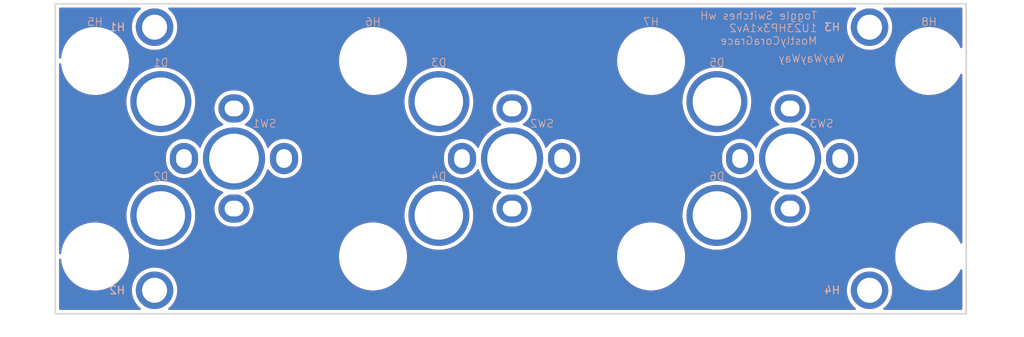
<source format=kicad_pcb>
(kicad_pcb (version 20241229) (generator "pcbnew") (generator_version "9.0")
  (layers (0 "F.Cu" signal) (2 "B.Cu" signal) (13 "F.Paste" user) (15 "B.Paste" user) (5 "F.SilkS" user "F.Silkscreen") (7 "B.SilkS" user "B.Silkscreen") (1 "F.Mask" user) (3 "B.Mask" user) (25 "Edge.Cuts" user))
  (net 0 "")
  (footprint "EXC:Handle_1UM3P25_B" (layer "F.Cu") (at 40.64 9.75)
    (property "Reference" "H6" (at 0 -5 0) (layer "B.SilkS") (effects (font (thickness 0.1)) (justify mirror)))
    (property "Value" "Handle_1UM3P25_PanelMount_B")
    (pad "" np_thru_hole circle (at 0 0) (size 8.2 8.2) (drill 8.2) (layers "*.Cu" "*.Mask"))
    (pad "" np_thru_hole circle (at 0 25) (size 8.2 8.2) (drill 8.2) (layers "*.Cu" "*.Mask"))
  )
  (footprint "EXC:MountingHole_3.2mm_M3" (layer "F.Cu") (at 104.14 39.075)
    (property "Reference" "H4" (at -3.683 0 0) (layer "B.SilkS") (effects (justify left mirror)))
    (property "Value" "Eurorack_M3_MountingHole")
    (pad "" thru_hole circle (at 0 0) (size 4.8 4.8) (drill 3.2) (layers "*.Cu" "*.Mask"))
  )
  (footprint "EXC:6mm_Panel_Mount_LED" (layer "F.Cu") (at 84.62 29.5)
    (property "Reference" "D6" (at 0 -5 0) (layer "B.SilkS") (effects (font (thickness 0.1)) (justify mirror)))
    (property "Value" "6mm_Panel_Mount_LED")
    (pad "" thru_hole circle (at 0 0) (size 7.8 7.8) (drill 6.2) (layers "*.Cu" "*.Mask"))
  )
  (footprint "EXC:MountingHole_3.2mm_M3" (layer "F.Cu") (at 12.7 39.075)
    (property "Reference" "H2" (at -3.683 0 0) (layer "B.SilkS") (effects (justify left mirror)))
    (property "Value" "Eurorack_M3_MountingHole")
    (pad "" thru_hole circle (at 0 0) (size 4.8 4.8) (drill 3.2) (layers "*.Cu" "*.Mask"))
  )
  (footprint "EXC:6mm_Panel_Mount_LED" (layer "F.Cu") (at 13.5 29.5)
    (property "Reference" "D2" (at 0 -5 0) (layer "B.SilkS") (effects (font (thickness 0.1)) (justify mirror)))
    (property "Value" "6mm_Panel_Mount_LED")
    (pad "" thru_hole circle (at 0 0) (size 7.8 7.8) (drill 6.2) (layers "*.Cu" "*.Mask"))
  )
  (footprint "EXC:SW_SPDT_M6.35_Panel_Mount" (layer "F.Cu") (at 58.42 22.225)
    (property "Reference" "SW2" (at 3.83 -4.475 0) (layer "B.SilkS") (effects (font (thickness 0.1)) (justify mirror)))
    (property "Value" "SW_SPST_M6.35_MOUNT")
    (pad "" thru_hole oval (at -6.4 0) (size 3.6 4) (drill oval 2 2.4) (layers "*.Cu" "*.Mask"))
    (pad "" thru_hole oval (at 0 -6.4) (size 4 3.6) (drill oval 2.4 2) (layers "*.Cu" "*.Mask"))
    (pad "" thru_hole circle (at 0 0) (size 7.95 7.95) (drill 6.35) (layers "*.Cu" "*.Mask"))
    (pad "" thru_hole oval (at 0 6.4008) (size 4 3.6) (drill oval 2.4 2) (layers "*.Cu" "*.Mask"))
    (pad "" thru_hole oval (at 6.4 0) (size 3.6 4) (drill oval 2 2.4) (layers "*.Cu" "*.Mask"))
  )
  (footprint "EXC:SW_SPDT_M6.35_Panel_Mount" (layer "F.Cu") (at 22.86 22.225)
    (property "Reference" "SW1" (at 3.89 -4.475 0) (layer "B.SilkS") (effects (font (thickness 0.1)) (justify mirror)))
    (property "Value" "SW_SPST_M6.35_MOUNT")
    (pad "" thru_hole oval (at -6.4 0) (size 3.6 4) (drill oval 2 2.4) (layers "*.Cu" "*.Mask"))
    (pad "" thru_hole oval (at 0 -6.4) (size 4 3.6) (drill oval 2.4 2) (layers "*.Cu" "*.Mask"))
    (pad "" thru_hole circle (at 0 0) (size 7.95 7.95) (drill 6.35) (layers "*.Cu" "*.Mask"))
    (pad "" thru_hole oval (at 0 6.4008) (size 4 3.6) (drill oval 2.4 2) (layers "*.Cu" "*.Mask"))
    (pad "" thru_hole oval (at 6.4 0) (size 3.6 4) (drill oval 2 2.4) (layers "*.Cu" "*.Mask"))
  )
  (footprint "EXC:6mm_Panel_Mount_LED" (layer "F.Cu") (at 84.62 14.95)
    (property "Reference" "D5" (at 0 -5 0) (layer "B.SilkS") (effects (font (thickness 0.1)) (justify mirror)))
    (property "Value" "6mm_Panel_Mount_LED")
    (pad "" thru_hole circle (at 0 0) (size 7.8 7.8) (drill 6.2) (layers "*.Cu" "*.Mask"))
  )
  (footprint "EXC:MountingHole_3.2mm_M3" (layer "F.Cu") (at 12.7 5.425)
    (property "Reference" "H1" (at -3.683 0 0) (layer "B.SilkS") (effects (justify left mirror)))
    (property "Value" "Eurorack_M3_MountingHole")
    (pad "" thru_hole circle (at 0 0) (size 4.8 4.8) (drill 3.2) (layers "*.Cu" "*.Mask"))
  )
  (footprint "EXC:6mm_Panel_Mount_LED" (layer "F.Cu") (at 49.06 14.95)
    (property "Reference" "D3" (at 0 -5 0) (layer "B.SilkS") (effects (font (thickness 0.1)) (justify mirror)))
    (property "Value" "6mm_Panel_Mount_LED")
    (pad "" thru_hole circle (at 0 0) (size 7.8 7.8) (drill 6.2) (layers "*.Cu" "*.Mask"))
  )
  (footprint "EXC:MountingHole_3.2mm_M3" (layer "F.Cu") (at 104.14 5.425)
    (property "Reference" "H3" (at -3.683 0 0) (layer "B.SilkS") (effects (justify left mirror)))
    (property "Value" "Eurorack_M3_MountingHole")
    (pad "" thru_hole circle (at 0 0) (size 4.8 4.8) (drill 3.2) (layers "*.Cu" "*.Mask"))
  )
  (footprint "EXC:Handle_1UM3P25_B" (layer "F.Cu") (at 111.76 9.75)
    (property "Reference" "H8" (at -0.01 -5 0) (layer "B.SilkS") (effects (font (thickness 0.1)) (justify mirror)))
    (property "Value" "Handle_1UM3P25_PanelMount_B")
    (pad "" np_thru_hole circle (at 0 0) (size 8.2 8.2) (drill 8.2) (layers "*.Cu" "*.Mask"))
    (pad "" np_thru_hole circle (at 0 25) (size 8.2 8.2) (drill 8.2) (layers "*.Cu" "*.Mask"))
  )
  (footprint "EXC:6mm_Panel_Mount_LED" (layer "F.Cu") (at 13.5 14.95)
    (property "Reference" "D1" (at 0 -5 0) (layer "B.SilkS") (effects (font (thickness 0.1)) (justify mirror)))
    (property "Value" "6mm_Panel_Mount_LED")
    (pad "" thru_hole circle (at 0 0) (size 7.8 7.8) (drill 6.2) (layers "*.Cu" "*.Mask"))
  )
  (footprint "EXC:Handle_1UM3P25_B" (layer "F.Cu") (at 76.2 9.75)
    (property "Reference" "H7" (at 0 -5 0) (layer "B.SilkS") (effects (font (thickness 0.1)) (justify mirror)))
    (property "Value" "Handle_1UM3P25_PanelMount_B")
    (pad "" np_thru_hole circle (at 0 0) (size 8.2 8.2) (drill 8.2) (layers "*.Cu" "*.Mask"))
    (pad "" np_thru_hole circle (at 0 25) (size 8.2 8.2) (drill 8.2) (layers "*.Cu" "*.Mask"))
  )
  (footprint "EXC:6mm_Panel_Mount_LED" (layer "F.Cu") (at 49.06 29.5)
    (property "Reference" "D4" (at 0 -5 0) (layer "B.SilkS") (effects (font (thickness 0.1)) (justify mirror)))
    (property "Value" "6mm_Panel_Mount_LED")
    (pad "" thru_hole circle (at 0 0) (size 7.8 7.8) (drill 6.2) (layers "*.Cu" "*.Mask"))
  )
  (footprint "EXC:SW_SPDT_M6.35_Panel_Mount" (layer "F.Cu") (at 93.98 22.225)
    (property "Reference" "SW3" (at 4.02 -4.475 0) (layer "B.SilkS") (effects (font (thickness 0.1)) (justify mirror)))
    (property "Value" "SW_SPST_M6.35_MOUNT")
    (pad "" thru_hole oval (at -6.4 0) (size 3.6 4) (drill oval 2 2.4) (layers "*.Cu" "*.Mask"))
    (pad "" thru_hole oval (at 0 -6.4) (size 4 3.6) (drill oval 2.4 2) (layers "*.Cu" "*.Mask"))
    (pad "" thru_hole circle (at 0 0) (size 7.95 7.95) (drill 6.35) (layers "*.Cu" "*.Mask"))
    (pad "" thru_hole oval (at 0 6.4008) (size 4 3.6) (drill oval 2.4 2) (layers "*.Cu" "*.Mask"))
    (pad "" thru_hole oval (at 6.4 0) (size 3.6 4) (drill oval 2 2.4) (layers "*.Cu" "*.Mask"))
  )
  (footprint "EXC:Handle_1UM3P25_B" (layer "F.Cu") (at 5.08 9.75)
    (property "Reference" "H5" (at 0 -5 0) (layer "B.SilkS") (effects (font (thickness 0.1)) (justify mirror)))
    (property "Value" "Handle_1UM3P25_PanelMount_B")
    (pad "" np_thru_hole circle (at 0 0) (size 8.2 8.2) (drill 8.2) (layers "*.Cu" "*.Mask"))
    (pad "" np_thru_hole circle (at 0 25) (size 8.2 8.2) (drill 8.2) (layers "*.Cu" "*.Mask"))
  )
  (gr_rect (start 0 2.425) (end 116.5 42.075) (stroke (width 0.2)) (fill no) (layer "Edge.Cuts"))
  (gr_text "WayWayWay" (at 101 10 0) (layer "B.SilkS") (effects (font (size 1 1) (thickness 0.1)) (justify left bottom mirror)))
  (gr_text "Toggle Switches wH\n1U23HP3x1Av2\nMostlyCoraGrace" (at 97.5 7.75 0) (layer "B.SilkS") (effects (font (size 1 1) (thickness 0.1)) (justify left bottom mirror)))
  (zone (net 0) (net_name "") (layers "F.Cu" "B.Cu") (connect_pads (clearance 0.5)) (min_thickness 0.25) (fill yes (thermal_gap 0.5) (thermal_bridge_width 0.5) (island_removal_mode 1) (island_area_min 10))
    (polygon (pts (xy 0 2.425) (xy 116.5 2.425) (xy 116.5 42.075) (xy 0 42.075)))
  )
)
</source>
